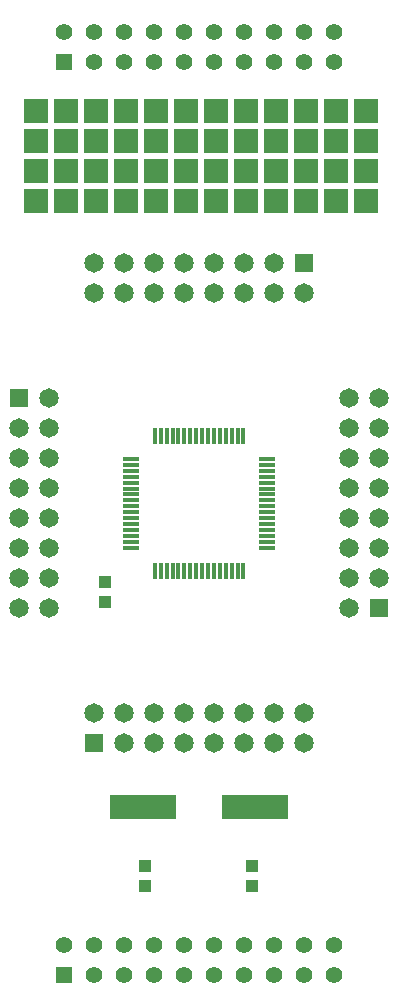
<source format=gbr>
%TF.GenerationSoftware,Altium Limited,Altium Designer,23.4.1 (23)*%
G04 Layer_Color=255*
%FSLAX45Y45*%
%MOMM*%
%TF.SameCoordinates,6CFBE55C-8612-4E24-A10C-01F6C23EBCE3*%
%TF.FilePolarity,Positive*%
%TF.FileFunction,Pads,Top*%
%TF.Part,Single*%
G01*
G75*
%TA.AperFunction,SMDPad,CuDef*%
%ADD10R,1.00000X1.10000*%
%ADD11R,1.47500X0.30000*%
%ADD12R,0.30000X1.47500*%
%ADD13R,5.60000X2.10000*%
%TA.AperFunction,ComponentPad*%
%ADD16C,1.65000*%
%ADD17R,1.65000X1.65000*%
%ADD18R,1.65000X1.65000*%
%TA.AperFunction,ViaPad*%
%ADD19R,2.00000X2.00000*%
%TA.AperFunction,ComponentPad*%
%ADD20R,1.39000X1.39000*%
%ADD21C,1.39000*%
D10*
X850900Y3831500D02*
D03*
Y3661500D02*
D03*
X2095500Y1431200D02*
D03*
Y1261200D02*
D03*
X1193800Y1427300D02*
D03*
Y1257300D02*
D03*
D11*
X1076200Y4125000D02*
D03*
Y4175000D02*
D03*
Y4225000D02*
D03*
Y4275000D02*
D03*
Y4325000D02*
D03*
Y4375000D02*
D03*
Y4425000D02*
D03*
Y4475000D02*
D03*
Y4525000D02*
D03*
Y4575000D02*
D03*
Y4625000D02*
D03*
Y4675000D02*
D03*
Y4725000D02*
D03*
Y4775000D02*
D03*
Y4825000D02*
D03*
Y4875000D02*
D03*
X2223800D02*
D03*
Y4825000D02*
D03*
Y4775000D02*
D03*
Y4725000D02*
D03*
Y4675000D02*
D03*
Y4625000D02*
D03*
Y4575000D02*
D03*
Y4525000D02*
D03*
Y4475000D02*
D03*
Y4425000D02*
D03*
Y4375000D02*
D03*
Y4325000D02*
D03*
Y4275000D02*
D03*
Y4225000D02*
D03*
Y4175000D02*
D03*
Y4125000D02*
D03*
D12*
X1275000Y5073800D02*
D03*
X1325000D02*
D03*
X1375000D02*
D03*
X1425000D02*
D03*
X1475000D02*
D03*
X1525000D02*
D03*
X1575000D02*
D03*
X1625000D02*
D03*
X1675000D02*
D03*
X1725000D02*
D03*
X1775000D02*
D03*
X1825000D02*
D03*
X1875000D02*
D03*
X1925000D02*
D03*
X1975000D02*
D03*
X2025000D02*
D03*
Y3926200D02*
D03*
X1975000D02*
D03*
X1925000D02*
D03*
X1875000D02*
D03*
X1825000D02*
D03*
X1775000D02*
D03*
X1725000D02*
D03*
X1675000D02*
D03*
X1625000D02*
D03*
X1575000D02*
D03*
X1525000D02*
D03*
X1475000D02*
D03*
X1425000D02*
D03*
X1375000D02*
D03*
X1325000D02*
D03*
X1275000D02*
D03*
D13*
X1175000Y1930400D02*
D03*
X2125000D02*
D03*
D16*
X2539000Y2722000D02*
D03*
Y2468000D02*
D03*
X2285000Y2722000D02*
D03*
Y2468000D02*
D03*
X2031000Y2722000D02*
D03*
Y2468000D02*
D03*
X1777000Y2722000D02*
D03*
Y2468000D02*
D03*
X1523000Y2722000D02*
D03*
Y2468000D02*
D03*
X1269000Y2722000D02*
D03*
Y2468000D02*
D03*
X1015000Y2722000D02*
D03*
Y2468000D02*
D03*
X761000Y2722000D02*
D03*
X2919000Y5389000D02*
D03*
X3173000D02*
D03*
X2919000Y5135000D02*
D03*
X3173000D02*
D03*
X2919000Y4881000D02*
D03*
X3173000D02*
D03*
X2919000Y4627000D02*
D03*
X3173000D02*
D03*
X2919000Y4373000D02*
D03*
X3173000D02*
D03*
X2919000Y4119000D02*
D03*
X3173000D02*
D03*
X2919000Y3865000D02*
D03*
X3173000D02*
D03*
X2919000Y3611000D02*
D03*
X761000Y6278000D02*
D03*
Y6532000D02*
D03*
X1015000Y6278000D02*
D03*
Y6532000D02*
D03*
X1269000Y6278000D02*
D03*
Y6532000D02*
D03*
X1523000Y6278000D02*
D03*
Y6532000D02*
D03*
X1777000Y6278000D02*
D03*
Y6532000D02*
D03*
X2031000Y6278000D02*
D03*
Y6532000D02*
D03*
X2285000Y6278000D02*
D03*
Y6532000D02*
D03*
X2539000Y6278000D02*
D03*
X381000Y5389000D02*
D03*
X127000Y5135000D02*
D03*
X381000D02*
D03*
X127000Y4881000D02*
D03*
X381000D02*
D03*
X127000Y4627000D02*
D03*
X381000D02*
D03*
X127000Y4373000D02*
D03*
X381000D02*
D03*
X127000Y4119000D02*
D03*
X381000D02*
D03*
X127000Y3865000D02*
D03*
X381000D02*
D03*
X127000Y3611000D02*
D03*
X381000D02*
D03*
D17*
X761000Y2468000D02*
D03*
X2539000Y6532000D02*
D03*
D18*
X3173000Y3611000D02*
D03*
X127000Y5389000D02*
D03*
D19*
X1028700Y7061200D02*
D03*
X1282700D02*
D03*
X266700Y7315200D02*
D03*
X1028700D02*
D03*
X520700D02*
D03*
X774700D02*
D03*
X520700Y7061200D02*
D03*
X774700D02*
D03*
X1282700Y7315200D02*
D03*
X2044700D02*
D03*
Y7061200D02*
D03*
X1790700D02*
D03*
Y7315200D02*
D03*
X1536700Y7061200D02*
D03*
Y7315200D02*
D03*
X266700Y7061200D02*
D03*
X3060700Y7315200D02*
D03*
X2806700Y7061200D02*
D03*
Y7315200D02*
D03*
X2298700D02*
D03*
Y7061200D02*
D03*
X2552700D02*
D03*
Y7315200D02*
D03*
X2298700Y7823200D02*
D03*
Y7569200D02*
D03*
X2552700D02*
D03*
Y7823200D02*
D03*
X3060700D02*
D03*
Y7569200D02*
D03*
X2806700D02*
D03*
Y7823200D02*
D03*
X1282700D02*
D03*
Y7569200D02*
D03*
X1536700D02*
D03*
Y7823200D02*
D03*
X2044700D02*
D03*
Y7569200D02*
D03*
X1790700D02*
D03*
Y7823200D02*
D03*
X774700D02*
D03*
Y7569200D02*
D03*
X1028700D02*
D03*
Y7823200D02*
D03*
X520700D02*
D03*
Y7569200D02*
D03*
X266700D02*
D03*
Y7823200D02*
D03*
X3060700Y7061200D02*
D03*
D20*
X508000Y508000D02*
D03*
Y8238000D02*
D03*
D21*
Y762000D02*
D03*
X762000Y508000D02*
D03*
Y762000D02*
D03*
X1016000Y508000D02*
D03*
Y762000D02*
D03*
X1270000Y508000D02*
D03*
Y762000D02*
D03*
X1524000Y508000D02*
D03*
Y762000D02*
D03*
X1778000Y508000D02*
D03*
Y762000D02*
D03*
X2032000Y508000D02*
D03*
Y762000D02*
D03*
X2286000Y508000D02*
D03*
Y762000D02*
D03*
X2540000Y508000D02*
D03*
Y762000D02*
D03*
X2794000Y508000D02*
D03*
Y762000D02*
D03*
X508000Y8492000D02*
D03*
X762000Y8238000D02*
D03*
Y8492000D02*
D03*
X1016000Y8238000D02*
D03*
Y8492000D02*
D03*
X1270000Y8238000D02*
D03*
Y8492000D02*
D03*
X1524000Y8238000D02*
D03*
Y8492000D02*
D03*
X1778000Y8238000D02*
D03*
Y8492000D02*
D03*
X2032000Y8238000D02*
D03*
Y8492000D02*
D03*
X2286000Y8238000D02*
D03*
Y8492000D02*
D03*
X2540000Y8238000D02*
D03*
Y8492000D02*
D03*
X2794000Y8238000D02*
D03*
Y8492000D02*
D03*
%TF.MD5,81fc3e4085549fb3cd877dfe2fe7e6b3*%
M02*

</source>
